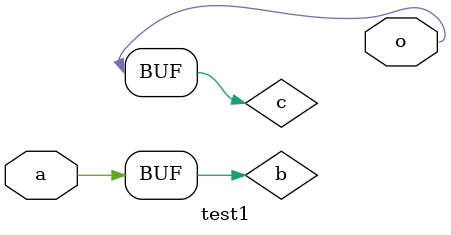
<source format=v>
module test1 (o, a);
input a;
output o;
wire b, c;
assign o = c;
assign b = a;
endmodule

</source>
